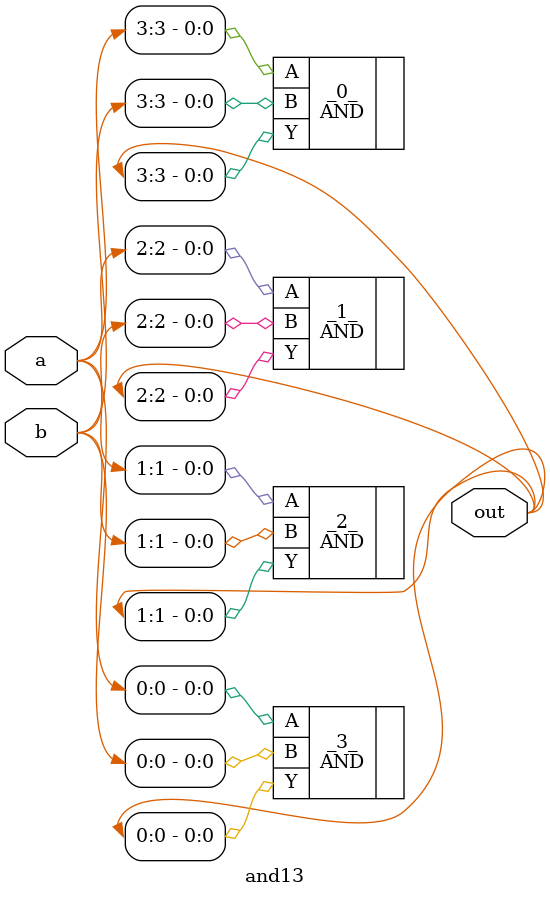
<source format=v>
/* Generated by Yosys 0.41+83 (git sha1 7045cf509, x86_64-w64-mingw32-g++ 13.2.1 -Os) */

/* cells_not_processed =  1  */
/* src = "and13.v:2.1-14.10" */
module and13(a, b, out);
  /* src = "and13.v:3.22-3.23" */
  input [3:0] a;
  wire [3:0] a;
  /* src = "and13.v:4.22-4.23" */
  input [3:0] b;
  wire [3:0] b;
  /* src = "and13.v:5.22-5.25" */
  output [3:0] out;
  wire [3:0] out;
  AND _0_ (
    .A(a[3]),
    .B(b[3]),
    .Y(out[3])
  );
  AND _1_ (
    .A(a[2]),
    .B(b[2]),
    .Y(out[2])
  );
  AND _2_ (
    .A(a[1]),
    .B(b[1]),
    .Y(out[1])
  );
  AND _3_ (
    .A(a[0]),
    .B(b[0]),
    .Y(out[0])
  );
endmodule

</source>
